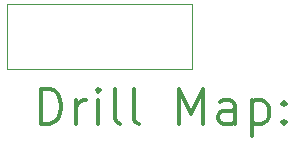
<source format=gbr>
%FSLAX45Y45*%
G04 Gerber Fmt 4.5, Leading zero omitted, Abs format (unit mm)*
G04 Created by KiCad (PCBNEW (5.1.4-0-10_14)) date 2019-11-14 21:06:11*
%MOMM*%
%LPD*%
G04 APERTURE LIST*
%ADD10C,0.050000*%
%ADD11C,0.200000*%
%ADD12C,0.300000*%
G04 APERTURE END LIST*
D10*
X4720000Y-2970000D02*
X4720000Y-3520000D01*
X3160000Y-2970000D02*
X3160000Y-3520000D01*
X3160000Y-3520000D02*
X4720000Y-3520000D01*
X3160000Y-2970000D02*
X4720000Y-2970000D01*
D11*
D12*
X3443928Y-3988214D02*
X3443928Y-3688214D01*
X3515357Y-3688214D01*
X3558214Y-3702500D01*
X3586786Y-3731071D01*
X3601071Y-3759643D01*
X3615357Y-3816786D01*
X3615357Y-3859643D01*
X3601071Y-3916786D01*
X3586786Y-3945357D01*
X3558214Y-3973929D01*
X3515357Y-3988214D01*
X3443928Y-3988214D01*
X3743928Y-3988214D02*
X3743928Y-3788214D01*
X3743928Y-3845357D02*
X3758214Y-3816786D01*
X3772500Y-3802500D01*
X3801071Y-3788214D01*
X3829643Y-3788214D01*
X3929643Y-3988214D02*
X3929643Y-3788214D01*
X3929643Y-3688214D02*
X3915357Y-3702500D01*
X3929643Y-3716786D01*
X3943928Y-3702500D01*
X3929643Y-3688214D01*
X3929643Y-3716786D01*
X4115357Y-3988214D02*
X4086786Y-3973929D01*
X4072500Y-3945357D01*
X4072500Y-3688214D01*
X4272500Y-3988214D02*
X4243928Y-3973929D01*
X4229643Y-3945357D01*
X4229643Y-3688214D01*
X4615357Y-3988214D02*
X4615357Y-3688214D01*
X4715357Y-3902500D01*
X4815357Y-3688214D01*
X4815357Y-3988214D01*
X5086786Y-3988214D02*
X5086786Y-3831071D01*
X5072500Y-3802500D01*
X5043928Y-3788214D01*
X4986786Y-3788214D01*
X4958214Y-3802500D01*
X5086786Y-3973929D02*
X5058214Y-3988214D01*
X4986786Y-3988214D01*
X4958214Y-3973929D01*
X4943928Y-3945357D01*
X4943928Y-3916786D01*
X4958214Y-3888214D01*
X4986786Y-3873929D01*
X5058214Y-3873929D01*
X5086786Y-3859643D01*
X5229643Y-3788214D02*
X5229643Y-4088214D01*
X5229643Y-3802500D02*
X5258214Y-3788214D01*
X5315357Y-3788214D01*
X5343928Y-3802500D01*
X5358214Y-3816786D01*
X5372500Y-3845357D01*
X5372500Y-3931071D01*
X5358214Y-3959643D01*
X5343928Y-3973929D01*
X5315357Y-3988214D01*
X5258214Y-3988214D01*
X5229643Y-3973929D01*
X5501071Y-3959643D02*
X5515357Y-3973929D01*
X5501071Y-3988214D01*
X5486786Y-3973929D01*
X5501071Y-3959643D01*
X5501071Y-3988214D01*
X5501071Y-3802500D02*
X5515357Y-3816786D01*
X5501071Y-3831071D01*
X5486786Y-3816786D01*
X5501071Y-3802500D01*
X5501071Y-3831071D01*
M02*

</source>
